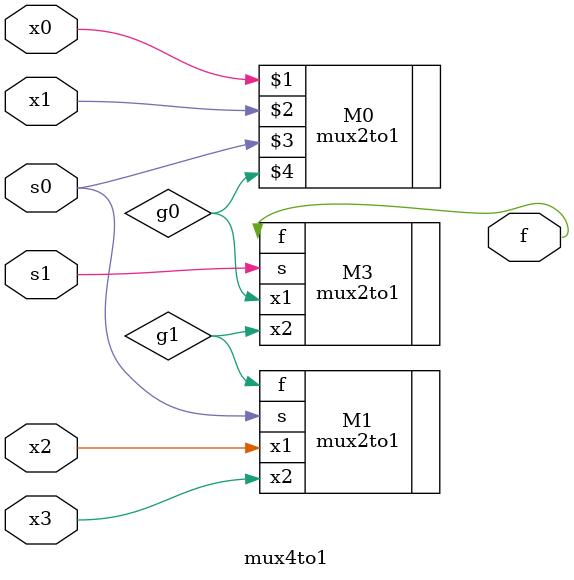
<source format=v>
`timescale 1ns / 1ps


module mux4to1(
    input x0,x1,x2,x3,
    input s0, s1,
    output f
   );
   
   // Define internal wires
    wire g0, g1;
    
    // Call mux2to1
    // Ylemmässä tavassa tulojen ja lähtöjen järjestyksen täytyy vastata modulin järjestystä. 
    // Alemmassa ei, joten se on hieman parempi/turvallisempi tapa 
    mux2to1 M0 (x0,x1,s0,g0);
    mux2to1 M1 (
    .x1(x2),
    .x2(x3),
    .s(s0),
    .f(g1)
    );
    
    mux2to1 M3 (
    .x1(g0),
    .x2(g1),
    .s(s1),
    .f(f)
    );
    
endmodule

</source>
